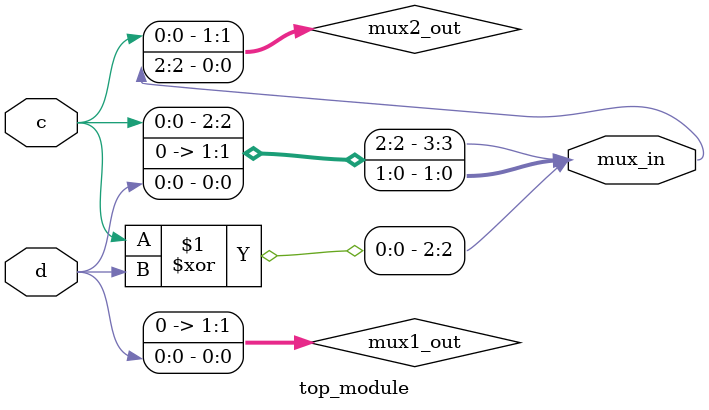
<source format=sv>
module top_module (
    input c,
    input d,
    output [3:0] mux_in
);

    wire [1:0] mux1_out;
    wire [1:0] mux2_out;

    // Implement the Karnaugh map using 2-to-1 multiplexers
    assign mux1_out[0] = d;
    assign mux1_out[1] = 1'b0;
    assign mux2_out[0] = c ^ d;
    assign mux2_out[1] = c;

    // Connect the 2-to-1 multiplexer outputs to the 4-to-1 multiplexer inputs
    assign mux_in[0] = mux1_out[0];
    assign mux_in[1] = mux1_out[1];
    assign mux_in[2] = mux2_out[0];
    assign mux_in[3] = mux2_out[1];

endmodule

</source>
